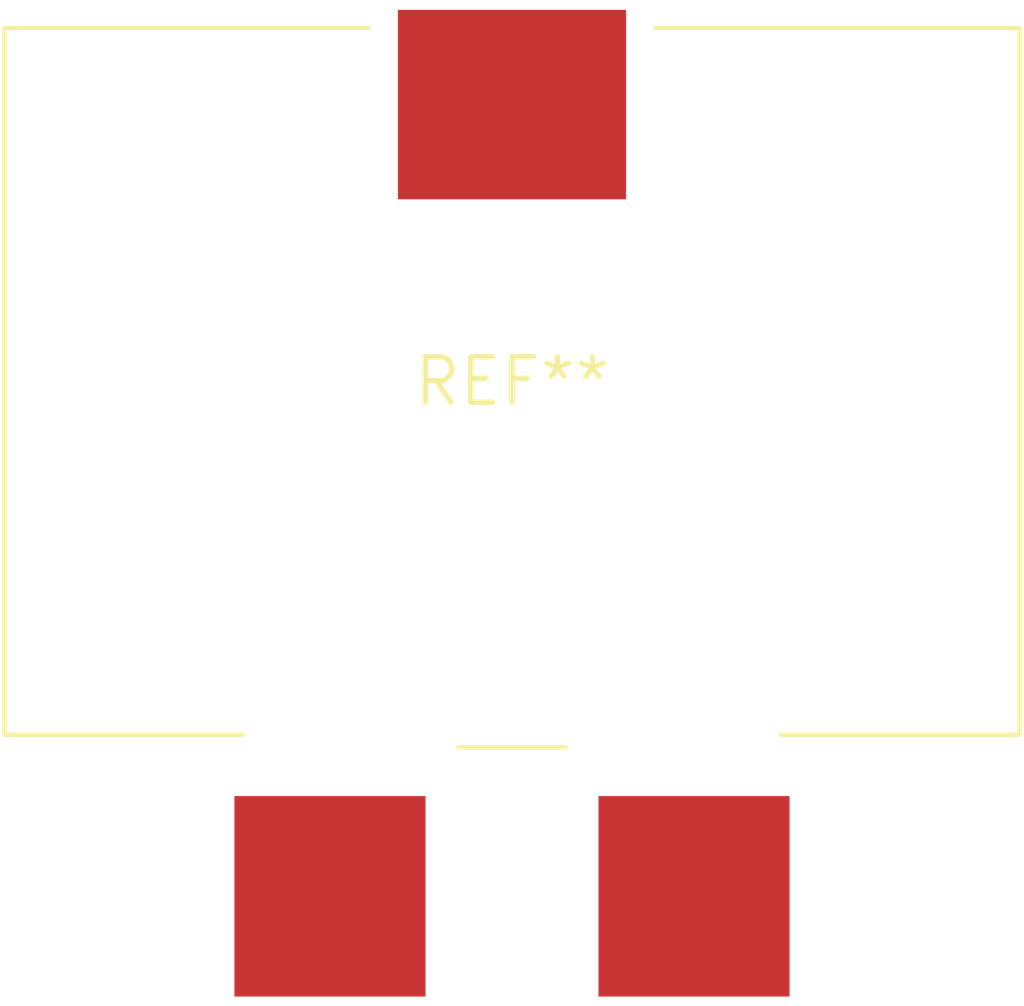
<source format=kicad_pcb>
(kicad_pcb (version 20240108) (generator pcbnew)
  (layers (0 "F.Cu" signal) (31 "B.Cu" signal) (34 "B.Paste" user) (35 "F.Paste" user) (36 "B.SilkS" user "B.Silkscreen") (37 "F.SilkS" user "F.Silkscreen") (38 "B.Mask" user) (39 "F.Mask" user) (44 "Edge.Cuts" user))
  (net 0 "")
  (footprint "L_Wuerth_HCF-2818" (layer "F.Cu") (at 0 0)
    (property "Reference" "REF**")
    (property "Value" "L_Wuerth_HCF-2818")
    (fp_line (start -14.15 -9.85) (end -4 -9.85) (layer "F.SilkS") (stroke (width 0.12)))
    (fp_line (start -14.15 9.85) (end -14.15 -9.85) (layer "F.SilkS") (stroke (width 0.12)))
    (fp_line (start -7.5 9.85) (end -14.15 9.85) (layer "F.SilkS") (stroke (width 0.12)))
    (fp_line (start 1.5 10.2) (end -1.5 10.2) (layer "F.SilkS") (stroke (width 0.12)))
    (fp_line (start 4 -9.85) (end 14.15 -9.85) (layer "F.SilkS") (stroke (width 0.12)))
    (fp_line (start 14.15 -9.85) (end 14.15 9.85) (layer "F.SilkS") (stroke (width 0.12)))
    (fp_line (start 14.15 9.85) (end 7.5 9.85) (layer "F.SilkS") (stroke (width 0.12)))
    (pad "" smd rect (at 0 -7.72) (size 6.36 5.28) (layers "F.Cu" "F.Paste" "F.Mask"))
    (pad "1" smd rect (at -5.075 14.355) (size 5.33 5.59) (layers "F.Cu" "F.Paste" "F.Mask"))
    (pad "2" smd rect (at 5.075 14.355) (size 5.33 5.59) (layers "F.Cu" "F.Paste" "F.Mask"))
  )
)
</source>
